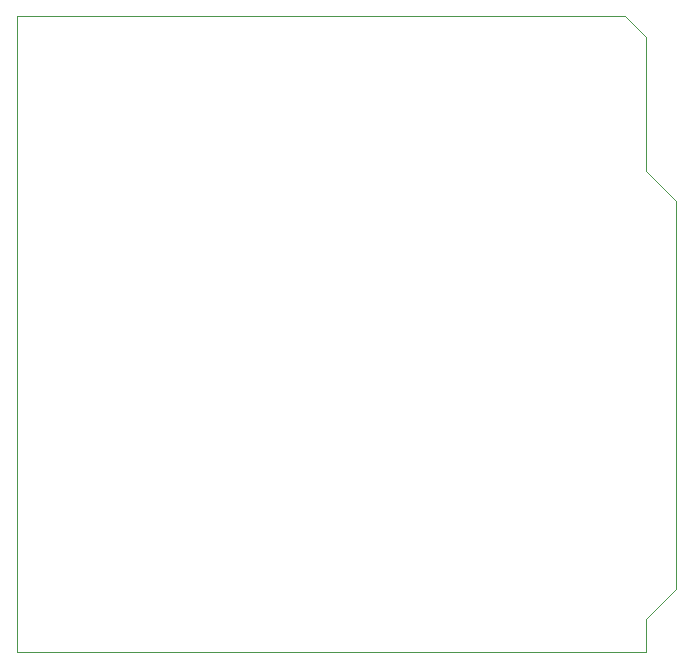
<source format=gm1>
%TF.GenerationSoftware,KiCad,Pcbnew,8.0.5*%
%TF.CreationDate,2024-09-24T00:06:35+02:00*%
%TF.ProjectId,PicoShield,5069636f-5368-4696-956c-642e6b696361,rev?*%
%TF.SameCoordinates,Original*%
%TF.FileFunction,Profile,NP*%
%FSLAX46Y46*%
G04 Gerber Fmt 4.6, Leading zero omitted, Abs format (unit mm)*
G04 Created by KiCad (PCBNEW 8.0.5) date 2024-09-24 00:06:35*
%MOMM*%
%LPD*%
G01*
G04 APERTURE LIST*
%TA.AperFunction,Profile*%
%ADD10C,0.100000*%
%TD*%
G04 APERTURE END LIST*
D10*
X182626000Y-38481000D02*
X185166000Y-41021000D01*
X129413000Y-25400000D02*
X180848000Y-25400000D01*
X185166000Y-41021000D02*
X185166000Y-73914000D01*
X182626000Y-76454000D02*
X182626000Y-79248000D01*
X180848000Y-25400000D02*
X182626000Y-27178000D01*
X182626000Y-27178000D02*
X182626000Y-38481000D01*
X129413000Y-79248000D02*
X129413000Y-25400000D01*
X182626000Y-79248000D02*
X129413000Y-79248000D01*
X185166000Y-73914000D02*
X182626000Y-76454000D01*
M02*

</source>
